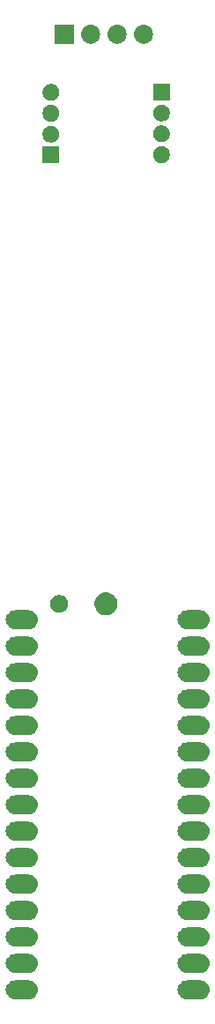
<source format=gbr>
G04 #@! TF.GenerationSoftware,KiCad,Pcbnew,(5.1.0-0)*
G04 #@! TF.CreationDate,2020-02-24T20:35:34+01:00*
G04 #@! TF.ProjectId,pino_brd_v01,70696e6f-5f62-4726-945f-7630312e6b69,rev?*
G04 #@! TF.SameCoordinates,Original*
G04 #@! TF.FileFunction,Soldermask,Bot*
G04 #@! TF.FilePolarity,Negative*
%FSLAX46Y46*%
G04 Gerber Fmt 4.6, Leading zero omitted, Abs format (unit mm)*
G04 Created by KiCad (PCBNEW (5.1.0-0)) date 2020-02-24 20:35:34*
%MOMM*%
%LPD*%
G04 APERTURE LIST*
%ADD10C,0.100000*%
G04 APERTURE END LIST*
D10*
G36*
X154118162Y-145203878D02*
G01*
X154184347Y-145210397D01*
X154354186Y-145261917D01*
X154510711Y-145345582D01*
X154546449Y-145374912D01*
X154647906Y-145458174D01*
X154731168Y-145559631D01*
X154760498Y-145595369D01*
X154844163Y-145751894D01*
X154895683Y-145921733D01*
X154913079Y-146098360D01*
X154895683Y-146274987D01*
X154844163Y-146444826D01*
X154760498Y-146601351D01*
X154731168Y-146637089D01*
X154647906Y-146738546D01*
X154546449Y-146821808D01*
X154510711Y-146851138D01*
X154354186Y-146934803D01*
X154184347Y-146986323D01*
X154118162Y-146992842D01*
X154051980Y-146999360D01*
X152663460Y-146999360D01*
X152597278Y-146992842D01*
X152531093Y-146986323D01*
X152361254Y-146934803D01*
X152204729Y-146851138D01*
X152168991Y-146821808D01*
X152067534Y-146738546D01*
X151984272Y-146637089D01*
X151954942Y-146601351D01*
X151871277Y-146444826D01*
X151819757Y-146274987D01*
X151802361Y-146098360D01*
X151819757Y-145921733D01*
X151871277Y-145751894D01*
X151954942Y-145595369D01*
X151984272Y-145559631D01*
X152067534Y-145458174D01*
X152168991Y-145374912D01*
X152204729Y-145345582D01*
X152361254Y-145261917D01*
X152531093Y-145210397D01*
X152597278Y-145203878D01*
X152663460Y-145197360D01*
X154051980Y-145197360D01*
X154118162Y-145203878D01*
X154118162Y-145203878D01*
G37*
G36*
X137608162Y-145203878D02*
G01*
X137674347Y-145210397D01*
X137844186Y-145261917D01*
X138000711Y-145345582D01*
X138036449Y-145374912D01*
X138137906Y-145458174D01*
X138221168Y-145559631D01*
X138250498Y-145595369D01*
X138334163Y-145751894D01*
X138385683Y-145921733D01*
X138403079Y-146098360D01*
X138385683Y-146274987D01*
X138334163Y-146444826D01*
X138250498Y-146601351D01*
X138221168Y-146637089D01*
X138137906Y-146738546D01*
X138036449Y-146821808D01*
X138000711Y-146851138D01*
X137844186Y-146934803D01*
X137674347Y-146986323D01*
X137608162Y-146992842D01*
X137541980Y-146999360D01*
X136153460Y-146999360D01*
X136087278Y-146992842D01*
X136021093Y-146986323D01*
X135851254Y-146934803D01*
X135694729Y-146851138D01*
X135658991Y-146821808D01*
X135557534Y-146738546D01*
X135474272Y-146637089D01*
X135444942Y-146601351D01*
X135361277Y-146444826D01*
X135309757Y-146274987D01*
X135292361Y-146098360D01*
X135309757Y-145921733D01*
X135361277Y-145751894D01*
X135444942Y-145595369D01*
X135474272Y-145559631D01*
X135557534Y-145458174D01*
X135658991Y-145374912D01*
X135694729Y-145345582D01*
X135851254Y-145261917D01*
X136021093Y-145210397D01*
X136087278Y-145203878D01*
X136153460Y-145197360D01*
X137541980Y-145197360D01*
X137608162Y-145203878D01*
X137608162Y-145203878D01*
G37*
G36*
X154118163Y-142663879D02*
G01*
X154184347Y-142670397D01*
X154354186Y-142721917D01*
X154510711Y-142805582D01*
X154546449Y-142834912D01*
X154647906Y-142918174D01*
X154731168Y-143019631D01*
X154760498Y-143055369D01*
X154844163Y-143211894D01*
X154895683Y-143381733D01*
X154913079Y-143558360D01*
X154895683Y-143734987D01*
X154844163Y-143904826D01*
X154760498Y-144061351D01*
X154731168Y-144097089D01*
X154647906Y-144198546D01*
X154546449Y-144281808D01*
X154510711Y-144311138D01*
X154354186Y-144394803D01*
X154184347Y-144446323D01*
X154118162Y-144452842D01*
X154051980Y-144459360D01*
X152663460Y-144459360D01*
X152597278Y-144452842D01*
X152531093Y-144446323D01*
X152361254Y-144394803D01*
X152204729Y-144311138D01*
X152168991Y-144281808D01*
X152067534Y-144198546D01*
X151984272Y-144097089D01*
X151954942Y-144061351D01*
X151871277Y-143904826D01*
X151819757Y-143734987D01*
X151802361Y-143558360D01*
X151819757Y-143381733D01*
X151871277Y-143211894D01*
X151954942Y-143055369D01*
X151984272Y-143019631D01*
X152067534Y-142918174D01*
X152168991Y-142834912D01*
X152204729Y-142805582D01*
X152361254Y-142721917D01*
X152531093Y-142670397D01*
X152597277Y-142663879D01*
X152663460Y-142657360D01*
X154051980Y-142657360D01*
X154118163Y-142663879D01*
X154118163Y-142663879D01*
G37*
G36*
X137608163Y-142663879D02*
G01*
X137674347Y-142670397D01*
X137844186Y-142721917D01*
X138000711Y-142805582D01*
X138036449Y-142834912D01*
X138137906Y-142918174D01*
X138221168Y-143019631D01*
X138250498Y-143055369D01*
X138334163Y-143211894D01*
X138385683Y-143381733D01*
X138403079Y-143558360D01*
X138385683Y-143734987D01*
X138334163Y-143904826D01*
X138250498Y-144061351D01*
X138221168Y-144097089D01*
X138137906Y-144198546D01*
X138036449Y-144281808D01*
X138000711Y-144311138D01*
X137844186Y-144394803D01*
X137674347Y-144446323D01*
X137608162Y-144452842D01*
X137541980Y-144459360D01*
X136153460Y-144459360D01*
X136087278Y-144452842D01*
X136021093Y-144446323D01*
X135851254Y-144394803D01*
X135694729Y-144311138D01*
X135658991Y-144281808D01*
X135557534Y-144198546D01*
X135474272Y-144097089D01*
X135444942Y-144061351D01*
X135361277Y-143904826D01*
X135309757Y-143734987D01*
X135292361Y-143558360D01*
X135309757Y-143381733D01*
X135361277Y-143211894D01*
X135444942Y-143055369D01*
X135474272Y-143019631D01*
X135557534Y-142918174D01*
X135658991Y-142834912D01*
X135694729Y-142805582D01*
X135851254Y-142721917D01*
X136021093Y-142670397D01*
X136087277Y-142663879D01*
X136153460Y-142657360D01*
X137541980Y-142657360D01*
X137608163Y-142663879D01*
X137608163Y-142663879D01*
G37*
G36*
X154118162Y-140123878D02*
G01*
X154184347Y-140130397D01*
X154354186Y-140181917D01*
X154510711Y-140265582D01*
X154546449Y-140294912D01*
X154647906Y-140378174D01*
X154731168Y-140479631D01*
X154760498Y-140515369D01*
X154844163Y-140671894D01*
X154895683Y-140841733D01*
X154913079Y-141018360D01*
X154895683Y-141194987D01*
X154844163Y-141364826D01*
X154760498Y-141521351D01*
X154731168Y-141557089D01*
X154647906Y-141658546D01*
X154546449Y-141741808D01*
X154510711Y-141771138D01*
X154354186Y-141854803D01*
X154184347Y-141906323D01*
X154118163Y-141912841D01*
X154051980Y-141919360D01*
X152663460Y-141919360D01*
X152597277Y-141912841D01*
X152531093Y-141906323D01*
X152361254Y-141854803D01*
X152204729Y-141771138D01*
X152168991Y-141741808D01*
X152067534Y-141658546D01*
X151984272Y-141557089D01*
X151954942Y-141521351D01*
X151871277Y-141364826D01*
X151819757Y-141194987D01*
X151802361Y-141018360D01*
X151819757Y-140841733D01*
X151871277Y-140671894D01*
X151954942Y-140515369D01*
X151984272Y-140479631D01*
X152067534Y-140378174D01*
X152168991Y-140294912D01*
X152204729Y-140265582D01*
X152361254Y-140181917D01*
X152531093Y-140130397D01*
X152597278Y-140123878D01*
X152663460Y-140117360D01*
X154051980Y-140117360D01*
X154118162Y-140123878D01*
X154118162Y-140123878D01*
G37*
G36*
X137608162Y-140123878D02*
G01*
X137674347Y-140130397D01*
X137844186Y-140181917D01*
X138000711Y-140265582D01*
X138036449Y-140294912D01*
X138137906Y-140378174D01*
X138221168Y-140479631D01*
X138250498Y-140515369D01*
X138334163Y-140671894D01*
X138385683Y-140841733D01*
X138403079Y-141018360D01*
X138385683Y-141194987D01*
X138334163Y-141364826D01*
X138250498Y-141521351D01*
X138221168Y-141557089D01*
X138137906Y-141658546D01*
X138036449Y-141741808D01*
X138000711Y-141771138D01*
X137844186Y-141854803D01*
X137674347Y-141906323D01*
X137608163Y-141912841D01*
X137541980Y-141919360D01*
X136153460Y-141919360D01*
X136087277Y-141912841D01*
X136021093Y-141906323D01*
X135851254Y-141854803D01*
X135694729Y-141771138D01*
X135658991Y-141741808D01*
X135557534Y-141658546D01*
X135474272Y-141557089D01*
X135444942Y-141521351D01*
X135361277Y-141364826D01*
X135309757Y-141194987D01*
X135292361Y-141018360D01*
X135309757Y-140841733D01*
X135361277Y-140671894D01*
X135444942Y-140515369D01*
X135474272Y-140479631D01*
X135557534Y-140378174D01*
X135658991Y-140294912D01*
X135694729Y-140265582D01*
X135851254Y-140181917D01*
X136021093Y-140130397D01*
X136087278Y-140123878D01*
X136153460Y-140117360D01*
X137541980Y-140117360D01*
X137608162Y-140123878D01*
X137608162Y-140123878D01*
G37*
G36*
X154118162Y-137583878D02*
G01*
X154184347Y-137590397D01*
X154354186Y-137641917D01*
X154510711Y-137725582D01*
X154546449Y-137754912D01*
X154647906Y-137838174D01*
X154731168Y-137939631D01*
X154760498Y-137975369D01*
X154844163Y-138131894D01*
X154895683Y-138301733D01*
X154913079Y-138478360D01*
X154895683Y-138654987D01*
X154844163Y-138824826D01*
X154760498Y-138981351D01*
X154731168Y-139017089D01*
X154647906Y-139118546D01*
X154546449Y-139201808D01*
X154510711Y-139231138D01*
X154354186Y-139314803D01*
X154184347Y-139366323D01*
X154118162Y-139372842D01*
X154051980Y-139379360D01*
X152663460Y-139379360D01*
X152597278Y-139372842D01*
X152531093Y-139366323D01*
X152361254Y-139314803D01*
X152204729Y-139231138D01*
X152168991Y-139201808D01*
X152067534Y-139118546D01*
X151984272Y-139017089D01*
X151954942Y-138981351D01*
X151871277Y-138824826D01*
X151819757Y-138654987D01*
X151802361Y-138478360D01*
X151819757Y-138301733D01*
X151871277Y-138131894D01*
X151954942Y-137975369D01*
X151984272Y-137939631D01*
X152067534Y-137838174D01*
X152168991Y-137754912D01*
X152204729Y-137725582D01*
X152361254Y-137641917D01*
X152531093Y-137590397D01*
X152597278Y-137583878D01*
X152663460Y-137577360D01*
X154051980Y-137577360D01*
X154118162Y-137583878D01*
X154118162Y-137583878D01*
G37*
G36*
X137608162Y-137583878D02*
G01*
X137674347Y-137590397D01*
X137844186Y-137641917D01*
X138000711Y-137725582D01*
X138036449Y-137754912D01*
X138137906Y-137838174D01*
X138221168Y-137939631D01*
X138250498Y-137975369D01*
X138334163Y-138131894D01*
X138385683Y-138301733D01*
X138403079Y-138478360D01*
X138385683Y-138654987D01*
X138334163Y-138824826D01*
X138250498Y-138981351D01*
X138221168Y-139017089D01*
X138137906Y-139118546D01*
X138036449Y-139201808D01*
X138000711Y-139231138D01*
X137844186Y-139314803D01*
X137674347Y-139366323D01*
X137608162Y-139372842D01*
X137541980Y-139379360D01*
X136153460Y-139379360D01*
X136087278Y-139372842D01*
X136021093Y-139366323D01*
X135851254Y-139314803D01*
X135694729Y-139231138D01*
X135658991Y-139201808D01*
X135557534Y-139118546D01*
X135474272Y-139017089D01*
X135444942Y-138981351D01*
X135361277Y-138824826D01*
X135309757Y-138654987D01*
X135292361Y-138478360D01*
X135309757Y-138301733D01*
X135361277Y-138131894D01*
X135444942Y-137975369D01*
X135474272Y-137939631D01*
X135557534Y-137838174D01*
X135658991Y-137754912D01*
X135694729Y-137725582D01*
X135851254Y-137641917D01*
X136021093Y-137590397D01*
X136087278Y-137583878D01*
X136153460Y-137577360D01*
X137541980Y-137577360D01*
X137608162Y-137583878D01*
X137608162Y-137583878D01*
G37*
G36*
X154118163Y-135043879D02*
G01*
X154184347Y-135050397D01*
X154354186Y-135101917D01*
X154510711Y-135185582D01*
X154546449Y-135214912D01*
X154647906Y-135298174D01*
X154731168Y-135399631D01*
X154760498Y-135435369D01*
X154844163Y-135591894D01*
X154895683Y-135761733D01*
X154913079Y-135938360D01*
X154895683Y-136114987D01*
X154844163Y-136284826D01*
X154760498Y-136441351D01*
X154731168Y-136477089D01*
X154647906Y-136578546D01*
X154546449Y-136661808D01*
X154510711Y-136691138D01*
X154354186Y-136774803D01*
X154184347Y-136826323D01*
X154118162Y-136832842D01*
X154051980Y-136839360D01*
X152663460Y-136839360D01*
X152597278Y-136832842D01*
X152531093Y-136826323D01*
X152361254Y-136774803D01*
X152204729Y-136691138D01*
X152168991Y-136661808D01*
X152067534Y-136578546D01*
X151984272Y-136477089D01*
X151954942Y-136441351D01*
X151871277Y-136284826D01*
X151819757Y-136114987D01*
X151802361Y-135938360D01*
X151819757Y-135761733D01*
X151871277Y-135591894D01*
X151954942Y-135435369D01*
X151984272Y-135399631D01*
X152067534Y-135298174D01*
X152168991Y-135214912D01*
X152204729Y-135185582D01*
X152361254Y-135101917D01*
X152531093Y-135050397D01*
X152597277Y-135043879D01*
X152663460Y-135037360D01*
X154051980Y-135037360D01*
X154118163Y-135043879D01*
X154118163Y-135043879D01*
G37*
G36*
X137608163Y-135043879D02*
G01*
X137674347Y-135050397D01*
X137844186Y-135101917D01*
X138000711Y-135185582D01*
X138036449Y-135214912D01*
X138137906Y-135298174D01*
X138221168Y-135399631D01*
X138250498Y-135435369D01*
X138334163Y-135591894D01*
X138385683Y-135761733D01*
X138403079Y-135938360D01*
X138385683Y-136114987D01*
X138334163Y-136284826D01*
X138250498Y-136441351D01*
X138221168Y-136477089D01*
X138137906Y-136578546D01*
X138036449Y-136661808D01*
X138000711Y-136691138D01*
X137844186Y-136774803D01*
X137674347Y-136826323D01*
X137608162Y-136832842D01*
X137541980Y-136839360D01*
X136153460Y-136839360D01*
X136087278Y-136832842D01*
X136021093Y-136826323D01*
X135851254Y-136774803D01*
X135694729Y-136691138D01*
X135658991Y-136661808D01*
X135557534Y-136578546D01*
X135474272Y-136477089D01*
X135444942Y-136441351D01*
X135361277Y-136284826D01*
X135309757Y-136114987D01*
X135292361Y-135938360D01*
X135309757Y-135761733D01*
X135361277Y-135591894D01*
X135444942Y-135435369D01*
X135474272Y-135399631D01*
X135557534Y-135298174D01*
X135658991Y-135214912D01*
X135694729Y-135185582D01*
X135851254Y-135101917D01*
X136021093Y-135050397D01*
X136087277Y-135043879D01*
X136153460Y-135037360D01*
X137541980Y-135037360D01*
X137608163Y-135043879D01*
X137608163Y-135043879D01*
G37*
G36*
X154118163Y-132503879D02*
G01*
X154184347Y-132510397D01*
X154354186Y-132561917D01*
X154510711Y-132645582D01*
X154546449Y-132674912D01*
X154647906Y-132758174D01*
X154731168Y-132859631D01*
X154760498Y-132895369D01*
X154844163Y-133051894D01*
X154895683Y-133221733D01*
X154913079Y-133398360D01*
X154895683Y-133574987D01*
X154844163Y-133744826D01*
X154760498Y-133901351D01*
X154731168Y-133937089D01*
X154647906Y-134038546D01*
X154546449Y-134121808D01*
X154510711Y-134151138D01*
X154354186Y-134234803D01*
X154184347Y-134286323D01*
X154118163Y-134292841D01*
X154051980Y-134299360D01*
X152663460Y-134299360D01*
X152597277Y-134292841D01*
X152531093Y-134286323D01*
X152361254Y-134234803D01*
X152204729Y-134151138D01*
X152168991Y-134121808D01*
X152067534Y-134038546D01*
X151984272Y-133937089D01*
X151954942Y-133901351D01*
X151871277Y-133744826D01*
X151819757Y-133574987D01*
X151802361Y-133398360D01*
X151819757Y-133221733D01*
X151871277Y-133051894D01*
X151954942Y-132895369D01*
X151984272Y-132859631D01*
X152067534Y-132758174D01*
X152168991Y-132674912D01*
X152204729Y-132645582D01*
X152361254Y-132561917D01*
X152531093Y-132510397D01*
X152597277Y-132503879D01*
X152663460Y-132497360D01*
X154051980Y-132497360D01*
X154118163Y-132503879D01*
X154118163Y-132503879D01*
G37*
G36*
X137608163Y-132503879D02*
G01*
X137674347Y-132510397D01*
X137844186Y-132561917D01*
X138000711Y-132645582D01*
X138036449Y-132674912D01*
X138137906Y-132758174D01*
X138221168Y-132859631D01*
X138250498Y-132895369D01*
X138334163Y-133051894D01*
X138385683Y-133221733D01*
X138403079Y-133398360D01*
X138385683Y-133574987D01*
X138334163Y-133744826D01*
X138250498Y-133901351D01*
X138221168Y-133937089D01*
X138137906Y-134038546D01*
X138036449Y-134121808D01*
X138000711Y-134151138D01*
X137844186Y-134234803D01*
X137674347Y-134286323D01*
X137608163Y-134292841D01*
X137541980Y-134299360D01*
X136153460Y-134299360D01*
X136087277Y-134292841D01*
X136021093Y-134286323D01*
X135851254Y-134234803D01*
X135694729Y-134151138D01*
X135658991Y-134121808D01*
X135557534Y-134038546D01*
X135474272Y-133937089D01*
X135444942Y-133901351D01*
X135361277Y-133744826D01*
X135309757Y-133574987D01*
X135292361Y-133398360D01*
X135309757Y-133221733D01*
X135361277Y-133051894D01*
X135444942Y-132895369D01*
X135474272Y-132859631D01*
X135557534Y-132758174D01*
X135658991Y-132674912D01*
X135694729Y-132645582D01*
X135851254Y-132561917D01*
X136021093Y-132510397D01*
X136087277Y-132503879D01*
X136153460Y-132497360D01*
X137541980Y-132497360D01*
X137608163Y-132503879D01*
X137608163Y-132503879D01*
G37*
G36*
X154118163Y-129963879D02*
G01*
X154184347Y-129970397D01*
X154354186Y-130021917D01*
X154510711Y-130105582D01*
X154546449Y-130134912D01*
X154647906Y-130218174D01*
X154731168Y-130319631D01*
X154760498Y-130355369D01*
X154844163Y-130511894D01*
X154895683Y-130681733D01*
X154913079Y-130858360D01*
X154895683Y-131034987D01*
X154844163Y-131204826D01*
X154760498Y-131361351D01*
X154731168Y-131397089D01*
X154647906Y-131498546D01*
X154546449Y-131581808D01*
X154510711Y-131611138D01*
X154354186Y-131694803D01*
X154184347Y-131746323D01*
X154118163Y-131752841D01*
X154051980Y-131759360D01*
X152663460Y-131759360D01*
X152597277Y-131752841D01*
X152531093Y-131746323D01*
X152361254Y-131694803D01*
X152204729Y-131611138D01*
X152168991Y-131581808D01*
X152067534Y-131498546D01*
X151984272Y-131397089D01*
X151954942Y-131361351D01*
X151871277Y-131204826D01*
X151819757Y-131034987D01*
X151802361Y-130858360D01*
X151819757Y-130681733D01*
X151871277Y-130511894D01*
X151954942Y-130355369D01*
X151984272Y-130319631D01*
X152067534Y-130218174D01*
X152168991Y-130134912D01*
X152204729Y-130105582D01*
X152361254Y-130021917D01*
X152531093Y-129970397D01*
X152597277Y-129963879D01*
X152663460Y-129957360D01*
X154051980Y-129957360D01*
X154118163Y-129963879D01*
X154118163Y-129963879D01*
G37*
G36*
X137608163Y-129963879D02*
G01*
X137674347Y-129970397D01*
X137844186Y-130021917D01*
X138000711Y-130105582D01*
X138036449Y-130134912D01*
X138137906Y-130218174D01*
X138221168Y-130319631D01*
X138250498Y-130355369D01*
X138334163Y-130511894D01*
X138385683Y-130681733D01*
X138403079Y-130858360D01*
X138385683Y-131034987D01*
X138334163Y-131204826D01*
X138250498Y-131361351D01*
X138221168Y-131397089D01*
X138137906Y-131498546D01*
X138036449Y-131581808D01*
X138000711Y-131611138D01*
X137844186Y-131694803D01*
X137674347Y-131746323D01*
X137608163Y-131752841D01*
X137541980Y-131759360D01*
X136153460Y-131759360D01*
X136087277Y-131752841D01*
X136021093Y-131746323D01*
X135851254Y-131694803D01*
X135694729Y-131611138D01*
X135658991Y-131581808D01*
X135557534Y-131498546D01*
X135474272Y-131397089D01*
X135444942Y-131361351D01*
X135361277Y-131204826D01*
X135309757Y-131034987D01*
X135292361Y-130858360D01*
X135309757Y-130681733D01*
X135361277Y-130511894D01*
X135444942Y-130355369D01*
X135474272Y-130319631D01*
X135557534Y-130218174D01*
X135658991Y-130134912D01*
X135694729Y-130105582D01*
X135851254Y-130021917D01*
X136021093Y-129970397D01*
X136087277Y-129963879D01*
X136153460Y-129957360D01*
X137541980Y-129957360D01*
X137608163Y-129963879D01*
X137608163Y-129963879D01*
G37*
G36*
X137608162Y-127423878D02*
G01*
X137674347Y-127430397D01*
X137844186Y-127481917D01*
X138000711Y-127565582D01*
X138036449Y-127594912D01*
X138137906Y-127678174D01*
X138221168Y-127779631D01*
X138250498Y-127815369D01*
X138334163Y-127971894D01*
X138385683Y-128141733D01*
X138403079Y-128318360D01*
X138385683Y-128494987D01*
X138334163Y-128664826D01*
X138250498Y-128821351D01*
X138221168Y-128857089D01*
X138137906Y-128958546D01*
X138036449Y-129041808D01*
X138000711Y-129071138D01*
X137844186Y-129154803D01*
X137674347Y-129206323D01*
X137608163Y-129212841D01*
X137541980Y-129219360D01*
X136153460Y-129219360D01*
X136087277Y-129212841D01*
X136021093Y-129206323D01*
X135851254Y-129154803D01*
X135694729Y-129071138D01*
X135658991Y-129041808D01*
X135557534Y-128958546D01*
X135474272Y-128857089D01*
X135444942Y-128821351D01*
X135361277Y-128664826D01*
X135309757Y-128494987D01*
X135292361Y-128318360D01*
X135309757Y-128141733D01*
X135361277Y-127971894D01*
X135444942Y-127815369D01*
X135474272Y-127779631D01*
X135557534Y-127678174D01*
X135658991Y-127594912D01*
X135694729Y-127565582D01*
X135851254Y-127481917D01*
X136021093Y-127430397D01*
X136087278Y-127423878D01*
X136153460Y-127417360D01*
X137541980Y-127417360D01*
X137608162Y-127423878D01*
X137608162Y-127423878D01*
G37*
G36*
X154118162Y-127423878D02*
G01*
X154184347Y-127430397D01*
X154354186Y-127481917D01*
X154510711Y-127565582D01*
X154546449Y-127594912D01*
X154647906Y-127678174D01*
X154731168Y-127779631D01*
X154760498Y-127815369D01*
X154844163Y-127971894D01*
X154895683Y-128141733D01*
X154913079Y-128318360D01*
X154895683Y-128494987D01*
X154844163Y-128664826D01*
X154760498Y-128821351D01*
X154731168Y-128857089D01*
X154647906Y-128958546D01*
X154546449Y-129041808D01*
X154510711Y-129071138D01*
X154354186Y-129154803D01*
X154184347Y-129206323D01*
X154118163Y-129212841D01*
X154051980Y-129219360D01*
X152663460Y-129219360D01*
X152597277Y-129212841D01*
X152531093Y-129206323D01*
X152361254Y-129154803D01*
X152204729Y-129071138D01*
X152168991Y-129041808D01*
X152067534Y-128958546D01*
X151984272Y-128857089D01*
X151954942Y-128821351D01*
X151871277Y-128664826D01*
X151819757Y-128494987D01*
X151802361Y-128318360D01*
X151819757Y-128141733D01*
X151871277Y-127971894D01*
X151954942Y-127815369D01*
X151984272Y-127779631D01*
X152067534Y-127678174D01*
X152168991Y-127594912D01*
X152204729Y-127565582D01*
X152361254Y-127481917D01*
X152531093Y-127430397D01*
X152597278Y-127423878D01*
X152663460Y-127417360D01*
X154051980Y-127417360D01*
X154118162Y-127423878D01*
X154118162Y-127423878D01*
G37*
G36*
X154118162Y-124883878D02*
G01*
X154184347Y-124890397D01*
X154354186Y-124941917D01*
X154510711Y-125025582D01*
X154546449Y-125054912D01*
X154647906Y-125138174D01*
X154731168Y-125239631D01*
X154760498Y-125275369D01*
X154844163Y-125431894D01*
X154895683Y-125601733D01*
X154913079Y-125778360D01*
X154895683Y-125954987D01*
X154844163Y-126124826D01*
X154760498Y-126281351D01*
X154731168Y-126317089D01*
X154647906Y-126418546D01*
X154546449Y-126501808D01*
X154510711Y-126531138D01*
X154354186Y-126614803D01*
X154184347Y-126666323D01*
X154118162Y-126672842D01*
X154051980Y-126679360D01*
X152663460Y-126679360D01*
X152597278Y-126672842D01*
X152531093Y-126666323D01*
X152361254Y-126614803D01*
X152204729Y-126531138D01*
X152168991Y-126501808D01*
X152067534Y-126418546D01*
X151984272Y-126317089D01*
X151954942Y-126281351D01*
X151871277Y-126124826D01*
X151819757Y-125954987D01*
X151802361Y-125778360D01*
X151819757Y-125601733D01*
X151871277Y-125431894D01*
X151954942Y-125275369D01*
X151984272Y-125239631D01*
X152067534Y-125138174D01*
X152168991Y-125054912D01*
X152204729Y-125025582D01*
X152361254Y-124941917D01*
X152531093Y-124890397D01*
X152597278Y-124883878D01*
X152663460Y-124877360D01*
X154051980Y-124877360D01*
X154118162Y-124883878D01*
X154118162Y-124883878D01*
G37*
G36*
X137608162Y-124883878D02*
G01*
X137674347Y-124890397D01*
X137844186Y-124941917D01*
X138000711Y-125025582D01*
X138036449Y-125054912D01*
X138137906Y-125138174D01*
X138221168Y-125239631D01*
X138250498Y-125275369D01*
X138334163Y-125431894D01*
X138385683Y-125601733D01*
X138403079Y-125778360D01*
X138385683Y-125954987D01*
X138334163Y-126124826D01*
X138250498Y-126281351D01*
X138221168Y-126317089D01*
X138137906Y-126418546D01*
X138036449Y-126501808D01*
X138000711Y-126531138D01*
X137844186Y-126614803D01*
X137674347Y-126666323D01*
X137608162Y-126672842D01*
X137541980Y-126679360D01*
X136153460Y-126679360D01*
X136087278Y-126672842D01*
X136021093Y-126666323D01*
X135851254Y-126614803D01*
X135694729Y-126531138D01*
X135658991Y-126501808D01*
X135557534Y-126418546D01*
X135474272Y-126317089D01*
X135444942Y-126281351D01*
X135361277Y-126124826D01*
X135309757Y-125954987D01*
X135292361Y-125778360D01*
X135309757Y-125601733D01*
X135361277Y-125431894D01*
X135444942Y-125275369D01*
X135474272Y-125239631D01*
X135557534Y-125138174D01*
X135658991Y-125054912D01*
X135694729Y-125025582D01*
X135851254Y-124941917D01*
X136021093Y-124890397D01*
X136087278Y-124883878D01*
X136153460Y-124877360D01*
X137541980Y-124877360D01*
X137608162Y-124883878D01*
X137608162Y-124883878D01*
G37*
G36*
X154118162Y-122343878D02*
G01*
X154184347Y-122350397D01*
X154354186Y-122401917D01*
X154510711Y-122485582D01*
X154546449Y-122514912D01*
X154647906Y-122598174D01*
X154731168Y-122699631D01*
X154760498Y-122735369D01*
X154844163Y-122891894D01*
X154895683Y-123061733D01*
X154913079Y-123238360D01*
X154895683Y-123414987D01*
X154844163Y-123584826D01*
X154760498Y-123741351D01*
X154731168Y-123777089D01*
X154647906Y-123878546D01*
X154546449Y-123961808D01*
X154510711Y-123991138D01*
X154354186Y-124074803D01*
X154184347Y-124126323D01*
X154118162Y-124132842D01*
X154051980Y-124139360D01*
X152663460Y-124139360D01*
X152597278Y-124132842D01*
X152531093Y-124126323D01*
X152361254Y-124074803D01*
X152204729Y-123991138D01*
X152168991Y-123961808D01*
X152067534Y-123878546D01*
X151984272Y-123777089D01*
X151954942Y-123741351D01*
X151871277Y-123584826D01*
X151819757Y-123414987D01*
X151802361Y-123238360D01*
X151819757Y-123061733D01*
X151871277Y-122891894D01*
X151954942Y-122735369D01*
X151984272Y-122699631D01*
X152067534Y-122598174D01*
X152168991Y-122514912D01*
X152204729Y-122485582D01*
X152361254Y-122401917D01*
X152531093Y-122350397D01*
X152597278Y-122343878D01*
X152663460Y-122337360D01*
X154051980Y-122337360D01*
X154118162Y-122343878D01*
X154118162Y-122343878D01*
G37*
G36*
X137608162Y-122343878D02*
G01*
X137674347Y-122350397D01*
X137844186Y-122401917D01*
X138000711Y-122485582D01*
X138036449Y-122514912D01*
X138137906Y-122598174D01*
X138221168Y-122699631D01*
X138250498Y-122735369D01*
X138334163Y-122891894D01*
X138385683Y-123061733D01*
X138403079Y-123238360D01*
X138385683Y-123414987D01*
X138334163Y-123584826D01*
X138250498Y-123741351D01*
X138221168Y-123777089D01*
X138137906Y-123878546D01*
X138036449Y-123961808D01*
X138000711Y-123991138D01*
X137844186Y-124074803D01*
X137674347Y-124126323D01*
X137608162Y-124132842D01*
X137541980Y-124139360D01*
X136153460Y-124139360D01*
X136087278Y-124132842D01*
X136021093Y-124126323D01*
X135851254Y-124074803D01*
X135694729Y-123991138D01*
X135658991Y-123961808D01*
X135557534Y-123878546D01*
X135474272Y-123777089D01*
X135444942Y-123741351D01*
X135361277Y-123584826D01*
X135309757Y-123414987D01*
X135292361Y-123238360D01*
X135309757Y-123061733D01*
X135361277Y-122891894D01*
X135444942Y-122735369D01*
X135474272Y-122699631D01*
X135557534Y-122598174D01*
X135658991Y-122514912D01*
X135694729Y-122485582D01*
X135851254Y-122401917D01*
X136021093Y-122350397D01*
X136087278Y-122343878D01*
X136153460Y-122337360D01*
X137541980Y-122337360D01*
X137608162Y-122343878D01*
X137608162Y-122343878D01*
G37*
G36*
X154118163Y-119803879D02*
G01*
X154184347Y-119810397D01*
X154354186Y-119861917D01*
X154510711Y-119945582D01*
X154546449Y-119974912D01*
X154647906Y-120058174D01*
X154731168Y-120159631D01*
X154760498Y-120195369D01*
X154844163Y-120351894D01*
X154895683Y-120521733D01*
X154913079Y-120698360D01*
X154895683Y-120874987D01*
X154844163Y-121044826D01*
X154760498Y-121201351D01*
X154731168Y-121237089D01*
X154647906Y-121338546D01*
X154546449Y-121421808D01*
X154510711Y-121451138D01*
X154354186Y-121534803D01*
X154184347Y-121586323D01*
X154118163Y-121592841D01*
X154051980Y-121599360D01*
X152663460Y-121599360D01*
X152597277Y-121592841D01*
X152531093Y-121586323D01*
X152361254Y-121534803D01*
X152204729Y-121451138D01*
X152168991Y-121421808D01*
X152067534Y-121338546D01*
X151984272Y-121237089D01*
X151954942Y-121201351D01*
X151871277Y-121044826D01*
X151819757Y-120874987D01*
X151802361Y-120698360D01*
X151819757Y-120521733D01*
X151871277Y-120351894D01*
X151954942Y-120195369D01*
X151984272Y-120159631D01*
X152067534Y-120058174D01*
X152168991Y-119974912D01*
X152204729Y-119945582D01*
X152361254Y-119861917D01*
X152531093Y-119810397D01*
X152597277Y-119803879D01*
X152663460Y-119797360D01*
X154051980Y-119797360D01*
X154118163Y-119803879D01*
X154118163Y-119803879D01*
G37*
G36*
X137608163Y-119803879D02*
G01*
X137674347Y-119810397D01*
X137844186Y-119861917D01*
X138000711Y-119945582D01*
X138036449Y-119974912D01*
X138137906Y-120058174D01*
X138221168Y-120159631D01*
X138250498Y-120195369D01*
X138334163Y-120351894D01*
X138385683Y-120521733D01*
X138403079Y-120698360D01*
X138385683Y-120874987D01*
X138334163Y-121044826D01*
X138250498Y-121201351D01*
X138221168Y-121237089D01*
X138137906Y-121338546D01*
X138036449Y-121421808D01*
X138000711Y-121451138D01*
X137844186Y-121534803D01*
X137674347Y-121586323D01*
X137608163Y-121592841D01*
X137541980Y-121599360D01*
X136153460Y-121599360D01*
X136087277Y-121592841D01*
X136021093Y-121586323D01*
X135851254Y-121534803D01*
X135694729Y-121451138D01*
X135658991Y-121421808D01*
X135557534Y-121338546D01*
X135474272Y-121237089D01*
X135444942Y-121201351D01*
X135361277Y-121044826D01*
X135309757Y-120874987D01*
X135292361Y-120698360D01*
X135309757Y-120521733D01*
X135361277Y-120351894D01*
X135444942Y-120195369D01*
X135474272Y-120159631D01*
X135557534Y-120058174D01*
X135658991Y-119974912D01*
X135694729Y-119945582D01*
X135851254Y-119861917D01*
X136021093Y-119810397D01*
X136087277Y-119803879D01*
X136153460Y-119797360D01*
X137541980Y-119797360D01*
X137608163Y-119803879D01*
X137608163Y-119803879D01*
G37*
G36*
X154118162Y-117263878D02*
G01*
X154184347Y-117270397D01*
X154354186Y-117321917D01*
X154510711Y-117405582D01*
X154546449Y-117434912D01*
X154647906Y-117518174D01*
X154731168Y-117619631D01*
X154760498Y-117655369D01*
X154844163Y-117811894D01*
X154895683Y-117981733D01*
X154913079Y-118158360D01*
X154895683Y-118334987D01*
X154844163Y-118504826D01*
X154760498Y-118661351D01*
X154731168Y-118697089D01*
X154647906Y-118798546D01*
X154546449Y-118881808D01*
X154510711Y-118911138D01*
X154354186Y-118994803D01*
X154184347Y-119046323D01*
X154118162Y-119052842D01*
X154051980Y-119059360D01*
X152663460Y-119059360D01*
X152597278Y-119052842D01*
X152531093Y-119046323D01*
X152361254Y-118994803D01*
X152204729Y-118911138D01*
X152168991Y-118881808D01*
X152067534Y-118798546D01*
X151984272Y-118697089D01*
X151954942Y-118661351D01*
X151871277Y-118504826D01*
X151819757Y-118334987D01*
X151802361Y-118158360D01*
X151819757Y-117981733D01*
X151871277Y-117811894D01*
X151954942Y-117655369D01*
X151984272Y-117619631D01*
X152067534Y-117518174D01*
X152168991Y-117434912D01*
X152204729Y-117405582D01*
X152361254Y-117321917D01*
X152531093Y-117270397D01*
X152597278Y-117263878D01*
X152663460Y-117257360D01*
X154051980Y-117257360D01*
X154118162Y-117263878D01*
X154118162Y-117263878D01*
G37*
G36*
X137608162Y-117263878D02*
G01*
X137674347Y-117270397D01*
X137844186Y-117321917D01*
X138000711Y-117405582D01*
X138036449Y-117434912D01*
X138137906Y-117518174D01*
X138221168Y-117619631D01*
X138250498Y-117655369D01*
X138334163Y-117811894D01*
X138385683Y-117981733D01*
X138403079Y-118158360D01*
X138385683Y-118334987D01*
X138334163Y-118504826D01*
X138250498Y-118661351D01*
X138221168Y-118697089D01*
X138137906Y-118798546D01*
X138036449Y-118881808D01*
X138000711Y-118911138D01*
X137844186Y-118994803D01*
X137674347Y-119046323D01*
X137608162Y-119052842D01*
X137541980Y-119059360D01*
X136153460Y-119059360D01*
X136087278Y-119052842D01*
X136021093Y-119046323D01*
X135851254Y-118994803D01*
X135694729Y-118911138D01*
X135658991Y-118881808D01*
X135557534Y-118798546D01*
X135474272Y-118697089D01*
X135444942Y-118661351D01*
X135361277Y-118504826D01*
X135309757Y-118334987D01*
X135292361Y-118158360D01*
X135309757Y-117981733D01*
X135361277Y-117811894D01*
X135444942Y-117655369D01*
X135474272Y-117619631D01*
X135557534Y-117518174D01*
X135658991Y-117434912D01*
X135694729Y-117405582D01*
X135851254Y-117321917D01*
X136021093Y-117270397D01*
X136087278Y-117263878D01*
X136153460Y-117257360D01*
X137541980Y-117257360D01*
X137608162Y-117263878D01*
X137608162Y-117263878D01*
G37*
G36*
X154118162Y-114723878D02*
G01*
X154184347Y-114730397D01*
X154354186Y-114781917D01*
X154510711Y-114865582D01*
X154546449Y-114894912D01*
X154647906Y-114978174D01*
X154731168Y-115079631D01*
X154760498Y-115115369D01*
X154844163Y-115271894D01*
X154895683Y-115441733D01*
X154913079Y-115618360D01*
X154895683Y-115794987D01*
X154844163Y-115964826D01*
X154760498Y-116121351D01*
X154731168Y-116157089D01*
X154647906Y-116258546D01*
X154546449Y-116341808D01*
X154510711Y-116371138D01*
X154354186Y-116454803D01*
X154184347Y-116506323D01*
X154118162Y-116512842D01*
X154051980Y-116519360D01*
X152663460Y-116519360D01*
X152597278Y-116512842D01*
X152531093Y-116506323D01*
X152361254Y-116454803D01*
X152204729Y-116371138D01*
X152168991Y-116341808D01*
X152067534Y-116258546D01*
X151984272Y-116157089D01*
X151954942Y-116121351D01*
X151871277Y-115964826D01*
X151819757Y-115794987D01*
X151802361Y-115618360D01*
X151819757Y-115441733D01*
X151871277Y-115271894D01*
X151954942Y-115115369D01*
X151984272Y-115079631D01*
X152067534Y-114978174D01*
X152168991Y-114894912D01*
X152204729Y-114865582D01*
X152361254Y-114781917D01*
X152531093Y-114730397D01*
X152597278Y-114723878D01*
X152663460Y-114717360D01*
X154051980Y-114717360D01*
X154118162Y-114723878D01*
X154118162Y-114723878D01*
G37*
G36*
X137608162Y-114723878D02*
G01*
X137674347Y-114730397D01*
X137844186Y-114781917D01*
X138000711Y-114865582D01*
X138036449Y-114894912D01*
X138137906Y-114978174D01*
X138221168Y-115079631D01*
X138250498Y-115115369D01*
X138334163Y-115271894D01*
X138385683Y-115441733D01*
X138403079Y-115618360D01*
X138385683Y-115794987D01*
X138334163Y-115964826D01*
X138250498Y-116121351D01*
X138221168Y-116157089D01*
X138137906Y-116258546D01*
X138036449Y-116341808D01*
X138000711Y-116371138D01*
X137844186Y-116454803D01*
X137674347Y-116506323D01*
X137608162Y-116512842D01*
X137541980Y-116519360D01*
X136153460Y-116519360D01*
X136087278Y-116512842D01*
X136021093Y-116506323D01*
X135851254Y-116454803D01*
X135694729Y-116371138D01*
X135658991Y-116341808D01*
X135557534Y-116258546D01*
X135474272Y-116157089D01*
X135444942Y-116121351D01*
X135361277Y-115964826D01*
X135309757Y-115794987D01*
X135292361Y-115618360D01*
X135309757Y-115441733D01*
X135361277Y-115271894D01*
X135444942Y-115115369D01*
X135474272Y-115079631D01*
X135557534Y-114978174D01*
X135658991Y-114894912D01*
X135694729Y-114865582D01*
X135851254Y-114781917D01*
X136021093Y-114730397D01*
X136087278Y-114723878D01*
X136153460Y-114717360D01*
X137541980Y-114717360D01*
X137608162Y-114723878D01*
X137608162Y-114723878D01*
G37*
G36*
X137608163Y-112183879D02*
G01*
X137674347Y-112190397D01*
X137844186Y-112241917D01*
X138000711Y-112325582D01*
X138036449Y-112354912D01*
X138137906Y-112438174D01*
X138221168Y-112539631D01*
X138250498Y-112575369D01*
X138334163Y-112731894D01*
X138385683Y-112901733D01*
X138403079Y-113078360D01*
X138385683Y-113254987D01*
X138334163Y-113424826D01*
X138250498Y-113581351D01*
X138221168Y-113617089D01*
X138137906Y-113718546D01*
X138036449Y-113801808D01*
X138000711Y-113831138D01*
X137844186Y-113914803D01*
X137674347Y-113966323D01*
X137608163Y-113972841D01*
X137541980Y-113979360D01*
X136153460Y-113979360D01*
X136087277Y-113972841D01*
X136021093Y-113966323D01*
X135851254Y-113914803D01*
X135694729Y-113831138D01*
X135658991Y-113801808D01*
X135557534Y-113718546D01*
X135474272Y-113617089D01*
X135444942Y-113581351D01*
X135361277Y-113424826D01*
X135309757Y-113254987D01*
X135292361Y-113078360D01*
X135309757Y-112901733D01*
X135361277Y-112731894D01*
X135444942Y-112575369D01*
X135474272Y-112539631D01*
X135557534Y-112438174D01*
X135658991Y-112354912D01*
X135694729Y-112325582D01*
X135851254Y-112241917D01*
X136021093Y-112190397D01*
X136087277Y-112183879D01*
X136153460Y-112177360D01*
X137541980Y-112177360D01*
X137608163Y-112183879D01*
X137608163Y-112183879D01*
G37*
G36*
X154118163Y-112183879D02*
G01*
X154184347Y-112190397D01*
X154354186Y-112241917D01*
X154510711Y-112325582D01*
X154546449Y-112354912D01*
X154647906Y-112438174D01*
X154731168Y-112539631D01*
X154760498Y-112575369D01*
X154844163Y-112731894D01*
X154895683Y-112901733D01*
X154913079Y-113078360D01*
X154895683Y-113254987D01*
X154844163Y-113424826D01*
X154760498Y-113581351D01*
X154731168Y-113617089D01*
X154647906Y-113718546D01*
X154546449Y-113801808D01*
X154510711Y-113831138D01*
X154354186Y-113914803D01*
X154184347Y-113966323D01*
X154118163Y-113972841D01*
X154051980Y-113979360D01*
X152663460Y-113979360D01*
X152597277Y-113972841D01*
X152531093Y-113966323D01*
X152361254Y-113914803D01*
X152204729Y-113831138D01*
X152168991Y-113801808D01*
X152067534Y-113718546D01*
X151984272Y-113617089D01*
X151954942Y-113581351D01*
X151871277Y-113424826D01*
X151819757Y-113254987D01*
X151802361Y-113078360D01*
X151819757Y-112901733D01*
X151871277Y-112731894D01*
X151954942Y-112575369D01*
X151984272Y-112539631D01*
X152067534Y-112438174D01*
X152168991Y-112354912D01*
X152204729Y-112325582D01*
X152361254Y-112241917D01*
X152531093Y-112190397D01*
X152597277Y-112183879D01*
X152663460Y-112177360D01*
X154051980Y-112177360D01*
X154118163Y-112183879D01*
X154118163Y-112183879D01*
G37*
G36*
X154118163Y-109643879D02*
G01*
X154184347Y-109650397D01*
X154354186Y-109701917D01*
X154510711Y-109785582D01*
X154546449Y-109814912D01*
X154647906Y-109898174D01*
X154731168Y-109999631D01*
X154760498Y-110035369D01*
X154844163Y-110191894D01*
X154895683Y-110361733D01*
X154913079Y-110538360D01*
X154895683Y-110714987D01*
X154844163Y-110884826D01*
X154760498Y-111041351D01*
X154731168Y-111077089D01*
X154647906Y-111178546D01*
X154546449Y-111261808D01*
X154510711Y-111291138D01*
X154354186Y-111374803D01*
X154184347Y-111426323D01*
X154118163Y-111432841D01*
X154051980Y-111439360D01*
X152663460Y-111439360D01*
X152597277Y-111432841D01*
X152531093Y-111426323D01*
X152361254Y-111374803D01*
X152204729Y-111291138D01*
X152168991Y-111261808D01*
X152067534Y-111178546D01*
X151984272Y-111077089D01*
X151954942Y-111041351D01*
X151871277Y-110884826D01*
X151819757Y-110714987D01*
X151802361Y-110538360D01*
X151819757Y-110361733D01*
X151871277Y-110191894D01*
X151954942Y-110035369D01*
X151984272Y-109999631D01*
X152067534Y-109898174D01*
X152168991Y-109814912D01*
X152204729Y-109785582D01*
X152361254Y-109701917D01*
X152531093Y-109650397D01*
X152597277Y-109643879D01*
X152663460Y-109637360D01*
X154051980Y-109637360D01*
X154118163Y-109643879D01*
X154118163Y-109643879D01*
G37*
G36*
X137608163Y-109643879D02*
G01*
X137674347Y-109650397D01*
X137844186Y-109701917D01*
X138000711Y-109785582D01*
X138036449Y-109814912D01*
X138137906Y-109898174D01*
X138221168Y-109999631D01*
X138250498Y-110035369D01*
X138334163Y-110191894D01*
X138385683Y-110361733D01*
X138403079Y-110538360D01*
X138385683Y-110714987D01*
X138334163Y-110884826D01*
X138250498Y-111041351D01*
X138221168Y-111077089D01*
X138137906Y-111178546D01*
X138036449Y-111261808D01*
X138000711Y-111291138D01*
X137844186Y-111374803D01*
X137674347Y-111426323D01*
X137608163Y-111432841D01*
X137541980Y-111439360D01*
X136153460Y-111439360D01*
X136087277Y-111432841D01*
X136021093Y-111426323D01*
X135851254Y-111374803D01*
X135694729Y-111291138D01*
X135658991Y-111261808D01*
X135557534Y-111178546D01*
X135474272Y-111077089D01*
X135444942Y-111041351D01*
X135361277Y-110884826D01*
X135309757Y-110714987D01*
X135292361Y-110538360D01*
X135309757Y-110361733D01*
X135361277Y-110191894D01*
X135444942Y-110035369D01*
X135474272Y-109999631D01*
X135557534Y-109898174D01*
X135658991Y-109814912D01*
X135694729Y-109785582D01*
X135851254Y-109701917D01*
X136021093Y-109650397D01*
X136087277Y-109643879D01*
X136153460Y-109637360D01*
X137541980Y-109637360D01*
X137608163Y-109643879D01*
X137608163Y-109643879D01*
G37*
G36*
X145145255Y-107945016D02*
G01*
X145251610Y-107966171D01*
X145451980Y-108049167D01*
X145632304Y-108169655D01*
X145785665Y-108323016D01*
X145906153Y-108503340D01*
X145989149Y-108703711D01*
X146031460Y-108916420D01*
X146031460Y-109133300D01*
X145989149Y-109346009D01*
X145906153Y-109546380D01*
X145785665Y-109726704D01*
X145632304Y-109880065D01*
X145451980Y-110000553D01*
X145251610Y-110083549D01*
X145145254Y-110104705D01*
X145038900Y-110125860D01*
X144822020Y-110125860D01*
X144715666Y-110104705D01*
X144609310Y-110083549D01*
X144408940Y-110000553D01*
X144228616Y-109880065D01*
X144075255Y-109726704D01*
X143954767Y-109546380D01*
X143871771Y-109346009D01*
X143829460Y-109133300D01*
X143829460Y-108916420D01*
X143871771Y-108703711D01*
X143954767Y-108503340D01*
X144075255Y-108323016D01*
X144228616Y-108169655D01*
X144408940Y-108049167D01*
X144609310Y-107966171D01*
X144715665Y-107945016D01*
X144822020Y-107923860D01*
X145038900Y-107923860D01*
X145145255Y-107945016D01*
X145145255Y-107945016D01*
G37*
G36*
X140678688Y-108206563D02*
G01*
X140833560Y-108270713D01*
X140972941Y-108363845D01*
X141091475Y-108482379D01*
X141184607Y-108621760D01*
X141248757Y-108776632D01*
X141281460Y-108941044D01*
X141281460Y-109108676D01*
X141248757Y-109273088D01*
X141184607Y-109427960D01*
X141091475Y-109567341D01*
X140972941Y-109685875D01*
X140833560Y-109779007D01*
X140678688Y-109843157D01*
X140514276Y-109875860D01*
X140346644Y-109875860D01*
X140182232Y-109843157D01*
X140027360Y-109779007D01*
X139887979Y-109685875D01*
X139769445Y-109567341D01*
X139676313Y-109427960D01*
X139612163Y-109273088D01*
X139579460Y-109108676D01*
X139579460Y-108941044D01*
X139612163Y-108776632D01*
X139676313Y-108621760D01*
X139769445Y-108482379D01*
X139887979Y-108363845D01*
X140027360Y-108270713D01*
X140182232Y-108206563D01*
X140346644Y-108173860D01*
X140514276Y-108173860D01*
X140678688Y-108206563D01*
X140678688Y-108206563D01*
G37*
G36*
X140463000Y-66703000D02*
G01*
X138837000Y-66703000D01*
X138837000Y-65077000D01*
X140463000Y-65077000D01*
X140463000Y-66703000D01*
X140463000Y-66703000D01*
G37*
G36*
X150497142Y-65078242D02*
G01*
X150645101Y-65139529D01*
X150778255Y-65228499D01*
X150891501Y-65341745D01*
X150980471Y-65474899D01*
X151041758Y-65622858D01*
X151073000Y-65779925D01*
X151073000Y-65940075D01*
X151041758Y-66097142D01*
X150980471Y-66245101D01*
X150891501Y-66378255D01*
X150778255Y-66491501D01*
X150645101Y-66580471D01*
X150497142Y-66641758D01*
X150340075Y-66673000D01*
X150179925Y-66673000D01*
X150022858Y-66641758D01*
X149874899Y-66580471D01*
X149741745Y-66491501D01*
X149628499Y-66378255D01*
X149539529Y-66245101D01*
X149478242Y-66097142D01*
X149447000Y-65940075D01*
X149447000Y-65779925D01*
X149478242Y-65622858D01*
X149539529Y-65474899D01*
X149628499Y-65341745D01*
X149741745Y-65228499D01*
X149874899Y-65139529D01*
X150022858Y-65078242D01*
X150179925Y-65047000D01*
X150340075Y-65047000D01*
X150497142Y-65078242D01*
X150497142Y-65078242D01*
G37*
G36*
X139887142Y-63108242D02*
G01*
X140035101Y-63169529D01*
X140168255Y-63258499D01*
X140281501Y-63371745D01*
X140370471Y-63504899D01*
X140431758Y-63652858D01*
X140463000Y-63809925D01*
X140463000Y-63970075D01*
X140431758Y-64127142D01*
X140370471Y-64275101D01*
X140281501Y-64408255D01*
X140168255Y-64521501D01*
X140035101Y-64610471D01*
X139887142Y-64671758D01*
X139730075Y-64703000D01*
X139569925Y-64703000D01*
X139412858Y-64671758D01*
X139264899Y-64610471D01*
X139131745Y-64521501D01*
X139018499Y-64408255D01*
X138929529Y-64275101D01*
X138868242Y-64127142D01*
X138837000Y-63970075D01*
X138837000Y-63809925D01*
X138868242Y-63652858D01*
X138929529Y-63504899D01*
X139018499Y-63371745D01*
X139131745Y-63258499D01*
X139264899Y-63169529D01*
X139412858Y-63108242D01*
X139569925Y-63077000D01*
X139730075Y-63077000D01*
X139887142Y-63108242D01*
X139887142Y-63108242D01*
G37*
G36*
X150497142Y-63078242D02*
G01*
X150645101Y-63139529D01*
X150778255Y-63228499D01*
X150891501Y-63341745D01*
X150980471Y-63474899D01*
X151041758Y-63622858D01*
X151073000Y-63779925D01*
X151073000Y-63940075D01*
X151041758Y-64097142D01*
X150980471Y-64245101D01*
X150891501Y-64378255D01*
X150778255Y-64491501D01*
X150645101Y-64580471D01*
X150497142Y-64641758D01*
X150340075Y-64673000D01*
X150179925Y-64673000D01*
X150022858Y-64641758D01*
X149874899Y-64580471D01*
X149741745Y-64491501D01*
X149628499Y-64378255D01*
X149539529Y-64245101D01*
X149478242Y-64097142D01*
X149447000Y-63940075D01*
X149447000Y-63779925D01*
X149478242Y-63622858D01*
X149539529Y-63474899D01*
X149628499Y-63341745D01*
X149741745Y-63228499D01*
X149874899Y-63139529D01*
X150022858Y-63078242D01*
X150179925Y-63047000D01*
X150340075Y-63047000D01*
X150497142Y-63078242D01*
X150497142Y-63078242D01*
G37*
G36*
X139887142Y-61108242D02*
G01*
X140035101Y-61169529D01*
X140168255Y-61258499D01*
X140281501Y-61371745D01*
X140370471Y-61504899D01*
X140431758Y-61652858D01*
X140463000Y-61809925D01*
X140463000Y-61970075D01*
X140431758Y-62127142D01*
X140370471Y-62275101D01*
X140281501Y-62408255D01*
X140168255Y-62521501D01*
X140035101Y-62610471D01*
X139887142Y-62671758D01*
X139730075Y-62703000D01*
X139569925Y-62703000D01*
X139412858Y-62671758D01*
X139264899Y-62610471D01*
X139131745Y-62521501D01*
X139018499Y-62408255D01*
X138929529Y-62275101D01*
X138868242Y-62127142D01*
X138837000Y-61970075D01*
X138837000Y-61809925D01*
X138868242Y-61652858D01*
X138929529Y-61504899D01*
X139018499Y-61371745D01*
X139131745Y-61258499D01*
X139264899Y-61169529D01*
X139412858Y-61108242D01*
X139569925Y-61077000D01*
X139730075Y-61077000D01*
X139887142Y-61108242D01*
X139887142Y-61108242D01*
G37*
G36*
X150497142Y-61078242D02*
G01*
X150645101Y-61139529D01*
X150778255Y-61228499D01*
X150891501Y-61341745D01*
X150980471Y-61474899D01*
X151041758Y-61622858D01*
X151073000Y-61779925D01*
X151073000Y-61940075D01*
X151041758Y-62097142D01*
X150980471Y-62245101D01*
X150891501Y-62378255D01*
X150778255Y-62491501D01*
X150645101Y-62580471D01*
X150497142Y-62641758D01*
X150340075Y-62673000D01*
X150179925Y-62673000D01*
X150022858Y-62641758D01*
X149874899Y-62580471D01*
X149741745Y-62491501D01*
X149628499Y-62378255D01*
X149539529Y-62245101D01*
X149478242Y-62097142D01*
X149447000Y-61940075D01*
X149447000Y-61779925D01*
X149478242Y-61622858D01*
X149539529Y-61474899D01*
X149628499Y-61341745D01*
X149741745Y-61228499D01*
X149874899Y-61139529D01*
X150022858Y-61078242D01*
X150179925Y-61047000D01*
X150340075Y-61047000D01*
X150497142Y-61078242D01*
X150497142Y-61078242D01*
G37*
G36*
X139887142Y-59108242D02*
G01*
X140035101Y-59169529D01*
X140168255Y-59258499D01*
X140281501Y-59371745D01*
X140370471Y-59504899D01*
X140431758Y-59652858D01*
X140463000Y-59809925D01*
X140463000Y-59970075D01*
X140431758Y-60127142D01*
X140370471Y-60275101D01*
X140281501Y-60408255D01*
X140168255Y-60521501D01*
X140035101Y-60610471D01*
X139887142Y-60671758D01*
X139730075Y-60703000D01*
X139569925Y-60703000D01*
X139412858Y-60671758D01*
X139264899Y-60610471D01*
X139131745Y-60521501D01*
X139018499Y-60408255D01*
X138929529Y-60275101D01*
X138868242Y-60127142D01*
X138837000Y-59970075D01*
X138837000Y-59809925D01*
X138868242Y-59652858D01*
X138929529Y-59504899D01*
X139018499Y-59371745D01*
X139131745Y-59258499D01*
X139264899Y-59169529D01*
X139412858Y-59108242D01*
X139569925Y-59077000D01*
X139730075Y-59077000D01*
X139887142Y-59108242D01*
X139887142Y-59108242D01*
G37*
G36*
X151073000Y-60673000D02*
G01*
X149447000Y-60673000D01*
X149447000Y-59047000D01*
X151073000Y-59047000D01*
X151073000Y-60673000D01*
X151073000Y-60673000D01*
G37*
G36*
X141827960Y-55208840D02*
G01*
X140025960Y-55208840D01*
X140025960Y-53406840D01*
X141827960Y-53406840D01*
X141827960Y-55208840D01*
X141827960Y-55208840D01*
G37*
G36*
X143577403Y-53413359D02*
G01*
X143643587Y-53419877D01*
X143813426Y-53471397D01*
X143969951Y-53555062D01*
X144005689Y-53584392D01*
X144107146Y-53667654D01*
X144190408Y-53769111D01*
X144219738Y-53804849D01*
X144303403Y-53961374D01*
X144354923Y-54131213D01*
X144372319Y-54307840D01*
X144354923Y-54484467D01*
X144303403Y-54654306D01*
X144219738Y-54810831D01*
X144190408Y-54846569D01*
X144107146Y-54948026D01*
X144005689Y-55031288D01*
X143969951Y-55060618D01*
X143813426Y-55144283D01*
X143643587Y-55195803D01*
X143577403Y-55202321D01*
X143511220Y-55208840D01*
X143422700Y-55208840D01*
X143356517Y-55202321D01*
X143290333Y-55195803D01*
X143120494Y-55144283D01*
X142963969Y-55060618D01*
X142928231Y-55031288D01*
X142826774Y-54948026D01*
X142743512Y-54846569D01*
X142714182Y-54810831D01*
X142630517Y-54654306D01*
X142578997Y-54484467D01*
X142561601Y-54307840D01*
X142578997Y-54131213D01*
X142630517Y-53961374D01*
X142714182Y-53804849D01*
X142743512Y-53769111D01*
X142826774Y-53667654D01*
X142928231Y-53584392D01*
X142963969Y-53555062D01*
X143120494Y-53471397D01*
X143290333Y-53419877D01*
X143356517Y-53413359D01*
X143422700Y-53406840D01*
X143511220Y-53406840D01*
X143577403Y-53413359D01*
X143577403Y-53413359D01*
G37*
G36*
X146117403Y-53413359D02*
G01*
X146183587Y-53419877D01*
X146353426Y-53471397D01*
X146509951Y-53555062D01*
X146545689Y-53584392D01*
X146647146Y-53667654D01*
X146730408Y-53769111D01*
X146759738Y-53804849D01*
X146843403Y-53961374D01*
X146894923Y-54131213D01*
X146912319Y-54307840D01*
X146894923Y-54484467D01*
X146843403Y-54654306D01*
X146759738Y-54810831D01*
X146730408Y-54846569D01*
X146647146Y-54948026D01*
X146545689Y-55031288D01*
X146509951Y-55060618D01*
X146353426Y-55144283D01*
X146183587Y-55195803D01*
X146117403Y-55202321D01*
X146051220Y-55208840D01*
X145962700Y-55208840D01*
X145896517Y-55202321D01*
X145830333Y-55195803D01*
X145660494Y-55144283D01*
X145503969Y-55060618D01*
X145468231Y-55031288D01*
X145366774Y-54948026D01*
X145283512Y-54846569D01*
X145254182Y-54810831D01*
X145170517Y-54654306D01*
X145118997Y-54484467D01*
X145101601Y-54307840D01*
X145118997Y-54131213D01*
X145170517Y-53961374D01*
X145254182Y-53804849D01*
X145283512Y-53769111D01*
X145366774Y-53667654D01*
X145468231Y-53584392D01*
X145503969Y-53555062D01*
X145660494Y-53471397D01*
X145830333Y-53419877D01*
X145896517Y-53413359D01*
X145962700Y-53406840D01*
X146051220Y-53406840D01*
X146117403Y-53413359D01*
X146117403Y-53413359D01*
G37*
G36*
X148657403Y-53413359D02*
G01*
X148723587Y-53419877D01*
X148893426Y-53471397D01*
X149049951Y-53555062D01*
X149085689Y-53584392D01*
X149187146Y-53667654D01*
X149270408Y-53769111D01*
X149299738Y-53804849D01*
X149383403Y-53961374D01*
X149434923Y-54131213D01*
X149452319Y-54307840D01*
X149434923Y-54484467D01*
X149383403Y-54654306D01*
X149299738Y-54810831D01*
X149270408Y-54846569D01*
X149187146Y-54948026D01*
X149085689Y-55031288D01*
X149049951Y-55060618D01*
X148893426Y-55144283D01*
X148723587Y-55195803D01*
X148657403Y-55202321D01*
X148591220Y-55208840D01*
X148502700Y-55208840D01*
X148436517Y-55202321D01*
X148370333Y-55195803D01*
X148200494Y-55144283D01*
X148043969Y-55060618D01*
X148008231Y-55031288D01*
X147906774Y-54948026D01*
X147823512Y-54846569D01*
X147794182Y-54810831D01*
X147710517Y-54654306D01*
X147658997Y-54484467D01*
X147641601Y-54307840D01*
X147658997Y-54131213D01*
X147710517Y-53961374D01*
X147794182Y-53804849D01*
X147823512Y-53769111D01*
X147906774Y-53667654D01*
X148008231Y-53584392D01*
X148043969Y-53555062D01*
X148200494Y-53471397D01*
X148370333Y-53419877D01*
X148436517Y-53413359D01*
X148502700Y-53406840D01*
X148591220Y-53406840D01*
X148657403Y-53413359D01*
X148657403Y-53413359D01*
G37*
M02*

</source>
